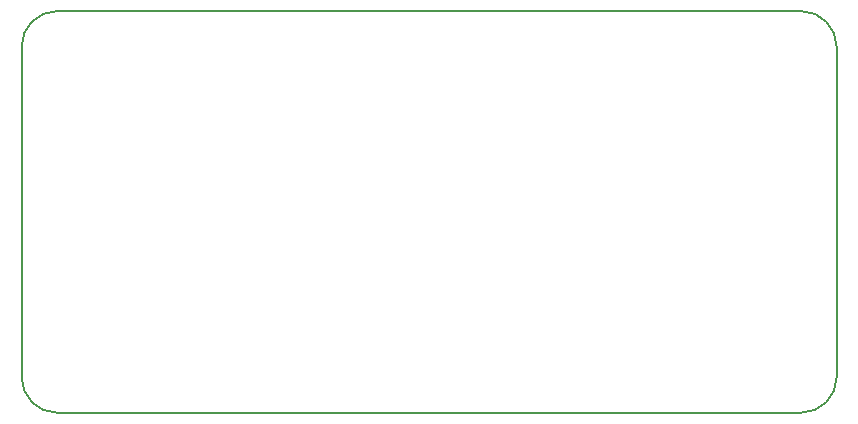
<source format=gm1>
%TF.GenerationSoftware,KiCad,Pcbnew,(6.0.0-0)*%
%TF.CreationDate,2022-03-27T14:29:05+08:00*%
%TF.ProjectId,driver,64726976-6572-42e6-9b69-6361645f7063,rev?*%
%TF.SameCoordinates,Original*%
%TF.FileFunction,Profile,NP*%
%FSLAX46Y46*%
G04 Gerber Fmt 4.6, Leading zero omitted, Abs format (unit mm)*
G04 Created by KiCad (PCBNEW (6.0.0-0)) date 2022-03-27 14:29:05*
%MOMM*%
%LPD*%
G01*
G04 APERTURE LIST*
%TA.AperFunction,Profile*%
%ADD10C,0.200000*%
%TD*%
G04 APERTURE END LIST*
D10*
X195986400Y-95982000D02*
X195986400Y-123982000D01*
X126986400Y-123982000D02*
X126986400Y-95982000D01*
X129986400Y-92982000D02*
X192986400Y-92982000D01*
X195986400Y-95982000D02*
G75*
G03*
X192986400Y-92982000I-3000001J-1D01*
G01*
X129986400Y-92982000D02*
G75*
G03*
X126986400Y-95982000I1J-3000001D01*
G01*
X192986400Y-126982000D02*
G75*
G03*
X195986400Y-123982000I-1J3000001D01*
G01*
X126986400Y-123982000D02*
G75*
G03*
X129986400Y-126982000I3000001J1D01*
G01*
X192986400Y-126982000D02*
X129986400Y-126982000D01*
M02*

</source>
